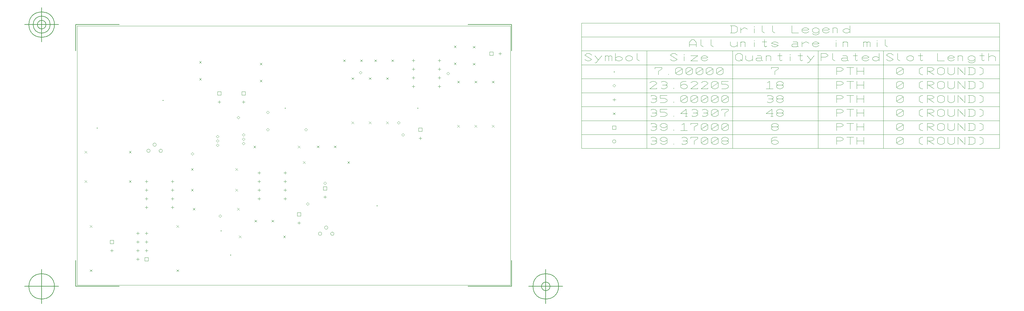
<source format=gbr>
G04 Generated by Ultiboard 12.0 *
%FSLAX25Y25*%
%MOIN*%

%ADD10C,0.00001*%
%ADD11C,0.00039*%
%ADD12C,0.00394*%
%ADD13C,0.00004*%
%ADD14C,0.00500*%


G04 ColorRGB 000000 for the following layer *
%LNDrill Symbols-Copper Top-Copper Bottom*%
%LPD*%
G54D10*
G54D11*
X110000Y118250D02*
X110000Y121750D01*
X108250Y120000D02*
X111750Y120000D01*
X110000Y88250D02*
X110000Y91750D01*
X108250Y90000D02*
X111750Y90000D01*
X110000Y108250D02*
X110000Y111750D01*
X108250Y110000D02*
X111750Y110000D01*
X110000Y98250D02*
X110000Y101750D01*
X108250Y100000D02*
X111750Y100000D01*
X80000Y108250D02*
X80000Y111750D01*
X78250Y110000D02*
X81750Y110000D01*
X80000Y88250D02*
X80000Y91750D01*
X78250Y90000D02*
X81750Y90000D01*
X80000Y98250D02*
X80000Y101750D01*
X78250Y100000D02*
X81750Y100000D01*
X80000Y118250D02*
X80000Y121750D01*
X78250Y120000D02*
X81750Y120000D01*
X59928Y121253D02*
X62434Y118747D01*
X59928Y118747D02*
X62434Y121253D01*
X8747Y121253D02*
X11253Y118747D01*
X8747Y118747D02*
X11253Y121253D01*
X131566Y135253D02*
X134072Y132747D01*
X131566Y132747D02*
X134072Y135253D01*
X182747Y135253D02*
X185253Y132747D01*
X182747Y132747D02*
X185253Y135253D01*
X59928Y155253D02*
X62434Y152747D01*
X59928Y152747D02*
X62434Y155253D01*
X8747Y155253D02*
X11253Y152747D01*
X8747Y152747D02*
X11253Y155253D01*
X131566Y111253D02*
X134072Y108747D01*
X131566Y108747D02*
X134072Y111253D01*
X182747Y111253D02*
X185253Y108747D01*
X182747Y108747D02*
X185253Y111253D01*
X133566Y89253D02*
X136072Y86747D01*
X133566Y86747D02*
X136072Y89253D01*
X184747Y89253D02*
X187253Y86747D01*
X184747Y86747D02*
X187253Y89253D01*
X114747Y18072D02*
X117253Y15566D01*
X114747Y15566D02*
X117253Y18072D01*
X114747Y69253D02*
X117253Y66747D01*
X114747Y66747D02*
X117253Y69253D01*
X14747Y18072D02*
X17253Y15566D01*
X14747Y15566D02*
X17253Y18072D01*
X14747Y69253D02*
X17253Y66747D01*
X14747Y66747D02*
X17253Y69253D01*
X38042Y48042D02*
X41959Y48042D01*
X41959Y51959D01*
X38042Y51959D01*
X38042Y48042D01*
X40000Y38250D02*
X40000Y41750D01*
X38250Y40000D02*
X41750Y40000D01*
X237928Y57253D02*
X240434Y54747D01*
X237928Y54747D02*
X240434Y57253D01*
X186747Y57253D02*
X189253Y54747D01*
X186747Y54747D02*
X189253Y57253D01*
X240000Y128250D02*
X240000Y131750D01*
X238250Y130000D02*
X241750Y130000D01*
X240000Y98250D02*
X240000Y101750D01*
X238250Y100000D02*
X241750Y100000D01*
X240000Y118250D02*
X240000Y121750D01*
X238250Y120000D02*
X241750Y120000D01*
X240000Y108250D02*
X240000Y111750D01*
X238250Y110000D02*
X241750Y110000D01*
X210000Y118250D02*
X210000Y121750D01*
X208250Y120000D02*
X211750Y120000D01*
X210000Y98250D02*
X210000Y101750D01*
X208250Y100000D02*
X211750Y100000D01*
X210000Y108250D02*
X210000Y111750D01*
X208250Y110000D02*
X211750Y110000D01*
X210000Y128250D02*
X210000Y131750D01*
X208250Y130000D02*
X211750Y130000D01*
X438747Y236434D02*
X441253Y233928D01*
X438747Y233928D02*
X441253Y236434D01*
X438747Y185253D02*
X441253Y182747D01*
X438747Y182747D02*
X441253Y185253D01*
X458747Y236434D02*
X461253Y233928D01*
X458747Y233928D02*
X461253Y236434D01*
X458747Y185253D02*
X461253Y182747D01*
X458747Y182747D02*
X461253Y185253D01*
X478747Y236434D02*
X481253Y233928D01*
X478747Y233928D02*
X481253Y236434D01*
X478747Y185253D02*
X481253Y182747D01*
X478747Y182747D02*
X481253Y185253D01*
X336747Y240434D02*
X339253Y237928D01*
X336747Y237928D02*
X339253Y240434D01*
X336747Y189253D02*
X339253Y186747D01*
X336747Y186747D02*
X339253Y189253D01*
X356747Y240434D02*
X359253Y237928D01*
X356747Y237928D02*
X359253Y240434D01*
X356747Y189253D02*
X359253Y186747D01*
X356747Y186747D02*
X359253Y189253D01*
X418000Y258250D02*
X418000Y261750D01*
X416250Y260000D02*
X419750Y260000D01*
X418000Y228250D02*
X418000Y231750D01*
X416250Y230000D02*
X419750Y230000D01*
X418000Y248250D02*
X418000Y251750D01*
X416250Y250000D02*
X419750Y250000D01*
X418000Y238250D02*
X418000Y241750D01*
X416250Y240000D02*
X419750Y240000D01*
X388000Y248250D02*
X388000Y251750D01*
X386250Y250000D02*
X389750Y250000D01*
X388000Y228250D02*
X388000Y231750D01*
X386250Y230000D02*
X389750Y230000D01*
X388000Y238250D02*
X388000Y241750D01*
X386250Y240000D02*
X389750Y240000D01*
X388000Y258250D02*
X388000Y261750D01*
X386250Y260000D02*
X389750Y260000D01*
X434944Y257568D02*
X437450Y255062D01*
X434944Y255062D02*
X437450Y257568D01*
X434944Y277253D02*
X437450Y274747D01*
X434944Y274747D02*
X437450Y277253D01*
X456788Y257024D02*
X459293Y254519D01*
X456788Y254519D02*
X459293Y257024D01*
X456788Y276709D02*
X459293Y274204D01*
X456788Y274204D02*
X459293Y276709D01*
X476041Y266042D02*
X479959Y266042D01*
X479959Y269959D01*
X476041Y269959D01*
X476041Y266042D01*
X488000Y266250D02*
X488000Y269750D01*
X486250Y268000D02*
X489750Y268000D01*
X284042Y110042D02*
X287959Y110042D01*
X287959Y113959D01*
X284042Y113959D01*
X284042Y110042D01*
X286000Y100250D02*
X286000Y103750D01*
X284250Y102000D02*
X287750Y102000D01*
X224432Y75450D02*
X226938Y72944D01*
X224432Y72944D02*
X226938Y75450D01*
X204747Y75450D02*
X207253Y72944D01*
X204747Y72944D02*
X207253Y75450D01*
X296432Y161450D02*
X298938Y158944D01*
X296432Y158944D02*
X298938Y161450D01*
X276747Y161450D02*
X279253Y158944D01*
X276747Y158944D02*
X279253Y161450D01*
X191960Y162380D02*
X193630Y164050D01*
X191960Y165720D01*
X190290Y164050D01*
X191960Y162380D01*
X191960Y172430D02*
X193630Y174100D01*
X191960Y175770D01*
X190290Y174100D01*
X191960Y172430D01*
X191960Y167420D02*
X193630Y169090D01*
X191960Y170760D01*
X190290Y169090D01*
X191960Y167420D01*
X311928Y140747D02*
X314434Y143253D01*
X311928Y143253D02*
X314434Y140747D01*
X260747Y140747D02*
X263253Y143253D01*
X260747Y143253D02*
X263253Y140747D01*
X254042Y80042D02*
X257958Y80042D01*
X257958Y83959D01*
X254042Y83959D01*
X254042Y80042D01*
X254250Y72000D02*
X257750Y72000D01*
X256000Y70250D02*
X256000Y73750D01*
X161960Y160380D02*
X163630Y162050D01*
X161960Y163720D01*
X160290Y162050D01*
X161960Y160380D01*
X161960Y170430D02*
X163630Y172100D01*
X161960Y173770D01*
X160290Y172100D01*
X161960Y170430D01*
X161960Y165420D02*
X163630Y167090D01*
X161960Y168760D01*
X160290Y167090D01*
X161960Y165420D01*
X203566Y158747D02*
X206072Y161253D01*
X203566Y161253D02*
X206072Y158747D01*
X254747Y158747D02*
X257253Y161253D01*
X254747Y161253D02*
X257253Y158747D01*
X78042Y28041D02*
X81959Y28041D01*
X81959Y31958D01*
X78042Y31958D01*
X78042Y28041D01*
X68250Y40000D02*
X71750Y40000D01*
X70000Y38250D02*
X70000Y41750D01*
X78250Y50000D02*
X81750Y50000D01*
X80000Y48250D02*
X80000Y51750D01*
X78250Y60000D02*
X81750Y60000D01*
X80000Y58250D02*
X80000Y61750D01*
X68250Y60000D02*
X71750Y60000D01*
X70000Y58250D02*
X70000Y61750D01*
X68250Y30000D02*
X71750Y30000D01*
X70000Y28250D02*
X70000Y31750D01*
X68250Y50000D02*
X71750Y50000D01*
X70000Y48250D02*
X70000Y51750D01*
X78250Y40000D02*
X81750Y40000D01*
X80000Y38250D02*
X80000Y41750D01*
X266000Y92330D02*
X267670Y94000D01*
X266000Y95670D01*
X264330Y94000D01*
X266000Y92330D01*
X162042Y220042D02*
X165959Y220042D01*
X165959Y223958D01*
X162042Y223958D01*
X162042Y220042D01*
X162250Y212000D02*
X165750Y212000D01*
X164000Y210250D02*
X164000Y213750D01*
X190042Y220042D02*
X193959Y220042D01*
X193959Y223958D01*
X190042Y223958D01*
X190042Y220042D01*
X190250Y212000D02*
X193750Y212000D01*
X192000Y210250D02*
X192000Y213750D01*
X316747Y237928D02*
X319253Y240434D01*
X316747Y240434D02*
X319253Y237928D01*
X316747Y186747D02*
X319253Y189253D01*
X316747Y189253D02*
X319253Y186747D01*
X307062Y258550D02*
X309568Y261056D01*
X307062Y261056D02*
X309568Y258550D01*
X326747Y258550D02*
X329253Y261056D01*
X326747Y261056D02*
X329253Y258550D01*
X343062Y258550D02*
X345568Y261056D01*
X343062Y261056D02*
X345568Y258550D01*
X362747Y258550D02*
X365253Y261056D01*
X362747Y261056D02*
X365253Y258550D01*
X140944Y237062D02*
X143450Y239568D01*
X140944Y239568D02*
X143450Y237062D01*
X140944Y256747D02*
X143450Y259253D01*
X140944Y259253D02*
X143450Y256747D01*
X210944Y235062D02*
X213450Y237568D01*
X210944Y237568D02*
X213450Y235062D01*
X210944Y254747D02*
X213450Y257253D01*
X210944Y257253D02*
X213450Y254747D01*
X394042Y178042D02*
X397959Y178042D01*
X397959Y181959D01*
X394042Y181959D01*
X394042Y178042D01*
X394250Y170000D02*
X397750Y170000D01*
X396000Y168250D02*
X396000Y171750D01*
X264000Y178330D02*
X265670Y180000D01*
X264000Y181670D01*
X262330Y180000D01*
X264000Y178330D01*
X286000Y116330D02*
X287670Y118000D01*
X286000Y119670D01*
X284330Y118000D01*
X286000Y116330D01*
X22650Y181650D02*
X23350Y181650D01*
X23000Y182247D01*
X22650Y181650D01*
X165650Y62650D02*
X166350Y62650D01*
X166000Y63247D01*
X165650Y62650D01*
X176650Y34650D02*
X177350Y34650D01*
X177000Y35247D01*
X176650Y34650D01*
X98650Y213650D02*
X99350Y213650D01*
X99000Y214247D01*
X98650Y213650D01*
X239650Y204650D02*
X240350Y204650D01*
X240000Y205247D01*
X239650Y204650D01*
X392650Y204650D02*
X393350Y204650D01*
X393000Y205247D01*
X392650Y204650D01*
X345650Y91650D02*
X346350Y91650D01*
X346000Y92247D01*
X345650Y91650D01*
X376000Y172330D02*
X377670Y174000D01*
X376000Y175670D01*
X374330Y174000D01*
X376000Y172330D01*
X371000Y186330D02*
X372670Y188000D01*
X371000Y189670D01*
X369330Y188000D01*
X371000Y186330D01*
X133000Y150330D02*
X134670Y152000D01*
X133000Y153670D01*
X131330Y152000D01*
X133000Y150330D01*
X220000Y178330D02*
X221670Y180000D01*
X220000Y181670D01*
X218330Y180000D01*
X220000Y178330D01*
X220000Y198330D02*
X221670Y200000D01*
X220000Y201670D01*
X218330Y200000D01*
X220000Y198330D01*
X186000Y192330D02*
X187670Y194000D01*
X186000Y195670D01*
X184330Y194000D01*
X186000Y192330D01*
X327000Y244330D02*
X328670Y246000D01*
X327000Y247670D01*
X325330Y246000D01*
X327000Y244330D01*
X428000Y243330D02*
X429670Y245000D01*
X428000Y246670D01*
X426330Y245000D01*
X428000Y243330D01*
X165000Y78330D02*
X166670Y80000D01*
X165000Y81670D01*
X163330Y80000D01*
X165000Y78330D01*
X617849Y180447D02*
X621766Y180447D01*
X621766Y184364D01*
X617849Y184364D01*
X617849Y180447D01*
X618554Y199800D02*
X621060Y197294D01*
X618554Y197294D02*
X621060Y199800D01*
X619807Y212939D02*
X619807Y216439D01*
X618057Y214689D02*
X621557Y214689D01*
X619807Y229160D02*
X621477Y230831D01*
X619807Y232501D01*
X618137Y230831D01*
X619807Y229160D01*
X619457Y246622D02*
X620157Y246622D01*
X619807Y247220D01*
X619457Y246622D01*
G54D12*
X87496Y162536D02*
G75*
D01*
G02X87496Y162536I1968J0*
G01*
X80425Y155464D02*
G75*
D01*
G02X80425Y155464I1968J0*
G01*
X94567Y155464D02*
G75*
D01*
G02X94567Y155464I1969J0*
G01*
X285496Y66536D02*
G75*
D01*
G02X285496Y66536I1968J0*
G01*
X278425Y59464D02*
G75*
D01*
G02X278425Y59464I1968J0*
G01*
X292567Y59464D02*
G75*
D01*
G02X292567Y59464I1969J0*
G01*
X582209Y158193D02*
X1064492Y158193D01*
X1064492Y303469D01*
X582209Y303469D01*
X582209Y158193D01*
X617839Y166264D02*
G75*
D01*
G02X617839Y166264I1968J0*
G01*
X657406Y271185D02*
X657406Y158193D01*
X662196Y170482D02*
X663508Y171326D01*
X666133Y171326D01*
X668757Y169638D01*
X668757Y167951D01*
X667445Y167107D01*
X668757Y166264D01*
X668757Y164576D01*
X666133Y162889D01*
X663508Y162889D01*
X662196Y163733D01*
X663508Y167107D02*
X667445Y167107D01*
X672694Y164576D02*
X675319Y162889D01*
X677944Y162889D01*
X680568Y164576D01*
X680568Y167951D01*
X680568Y169638D01*
X677944Y171326D01*
X675319Y171326D01*
X672694Y169638D01*
X672694Y167951D01*
X675319Y166264D01*
X677944Y166264D01*
X680568Y167951D01*
X688442Y162889D02*
X688442Y163733D01*
X697629Y170482D02*
X698941Y171326D01*
X701566Y171326D01*
X704190Y169638D01*
X704190Y167951D01*
X702878Y167107D01*
X704190Y166264D01*
X704190Y164576D01*
X701566Y162889D01*
X698941Y162889D01*
X697629Y163733D01*
X698941Y167107D02*
X702878Y167107D01*
X712064Y162889D02*
X712064Y167107D01*
X716001Y169638D01*
X716001Y171326D01*
X708127Y171326D01*
X708127Y169638D01*
X719938Y169638D02*
X722563Y171326D01*
X725188Y171326D01*
X727812Y169638D01*
X727812Y164576D01*
X725188Y162889D01*
X722563Y162889D01*
X719938Y164576D01*
X719938Y169638D01*
X727812Y169638D02*
X719938Y164576D01*
X731749Y169638D02*
X734374Y171326D01*
X736999Y171326D01*
X739623Y169638D01*
X739623Y164576D01*
X736999Y162889D01*
X734374Y162889D01*
X731749Y164576D01*
X731749Y169638D01*
X739623Y169638D02*
X731749Y164576D01*
X748810Y162889D02*
X746185Y162889D01*
X743560Y164576D01*
X743560Y166264D01*
X744873Y167107D01*
X743560Y167951D01*
X743560Y169638D01*
X746185Y171326D01*
X748810Y171326D01*
X751434Y169638D01*
X751434Y167951D01*
X750122Y167107D01*
X751434Y166264D01*
X751434Y164576D01*
X748810Y162889D01*
X744873Y167107D02*
X750122Y167107D01*
X756224Y271185D02*
X756224Y158193D01*
X807602Y171326D02*
X803665Y171326D01*
X801041Y169638D01*
X801041Y166264D01*
X801041Y164576D01*
X803665Y162889D01*
X806290Y162889D01*
X808915Y164576D01*
X808915Y166264D01*
X806290Y167951D01*
X803665Y167951D01*
X801041Y166264D01*
X855043Y271185D02*
X855043Y158193D01*
X876238Y162889D02*
X876238Y171326D01*
X881487Y171326D01*
X884112Y169638D01*
X884112Y168795D01*
X881487Y167107D01*
X876238Y167107D01*
X891986Y162889D02*
X891986Y171326D01*
X888049Y171326D02*
X895923Y171326D01*
X899860Y162889D02*
X899860Y171326D01*
X907734Y162889D02*
X907734Y171326D01*
X899860Y167107D02*
X907734Y167107D01*
X930240Y271185D02*
X930240Y158193D01*
X945529Y169638D02*
X948154Y171326D01*
X950778Y171326D01*
X953403Y169638D01*
X953403Y164576D01*
X950778Y162889D01*
X948154Y162889D01*
X945529Y164576D01*
X945529Y169638D01*
X953403Y169638D02*
X945529Y164576D01*
X975713Y162889D02*
X974400Y162889D01*
X971776Y164576D01*
X971776Y169638D01*
X974400Y171326D01*
X975713Y171326D01*
X980962Y162889D02*
X980962Y171326D01*
X986211Y171326D01*
X988836Y169638D01*
X988836Y168795D01*
X986211Y167107D01*
X980962Y167107D01*
X982274Y167107D02*
X988836Y162889D01*
X992773Y164576D02*
X995398Y162889D01*
X998022Y162889D01*
X1000647Y164576D01*
X1000647Y169638D01*
X998022Y171326D01*
X995398Y171326D01*
X992773Y169638D01*
X992773Y164576D01*
X1004584Y171326D02*
X1004584Y164576D01*
X1007209Y162889D01*
X1009833Y162889D01*
X1012458Y164576D01*
X1012458Y171326D01*
X1016395Y162889D02*
X1016395Y171326D01*
X1024269Y162889D01*
X1024269Y171326D01*
X1028206Y162889D02*
X1033455Y162889D01*
X1036080Y164576D01*
X1036080Y169638D01*
X1033455Y171326D01*
X1028206Y171326D01*
X1029518Y171326D02*
X1029518Y162889D01*
X1041329Y171326D02*
X1042642Y171326D01*
X1045266Y169638D01*
X1045266Y164576D01*
X1042642Y162889D01*
X1041329Y162889D01*
X1064492Y271185D02*
X1064492Y158193D01*
X582209Y174335D02*
X1064492Y174335D01*
X662196Y186624D02*
X663508Y187467D01*
X666133Y187467D01*
X668757Y185780D01*
X668757Y184093D01*
X667445Y183249D01*
X668757Y182406D01*
X668757Y180718D01*
X666133Y179031D01*
X663508Y179031D01*
X662196Y179875D01*
X663508Y183249D02*
X667445Y183249D01*
X672694Y180718D02*
X675319Y179031D01*
X677944Y179031D01*
X680568Y180718D01*
X680568Y184093D01*
X680568Y185780D01*
X677944Y187467D01*
X675319Y187467D01*
X672694Y185780D01*
X672694Y184093D01*
X675319Y182406D01*
X677944Y182406D01*
X680568Y184093D01*
X688442Y179031D02*
X688442Y179875D01*
X697629Y185780D02*
X700253Y187467D01*
X700253Y179031D01*
X696316Y179031D02*
X704190Y179031D01*
X712064Y179031D02*
X712064Y183249D01*
X716001Y185780D01*
X716001Y187467D01*
X708127Y187467D01*
X708127Y185780D01*
X719938Y185780D02*
X722563Y187467D01*
X725188Y187467D01*
X727812Y185780D01*
X727812Y180718D01*
X725188Y179031D01*
X722563Y179031D01*
X719938Y180718D01*
X719938Y185780D01*
X727812Y185780D02*
X719938Y180718D01*
X731749Y185780D02*
X734374Y187467D01*
X736999Y187467D01*
X739623Y185780D01*
X739623Y180718D01*
X736999Y179031D01*
X734374Y179031D01*
X731749Y180718D01*
X731749Y185780D01*
X739623Y185780D02*
X731749Y180718D01*
X743560Y185780D02*
X746185Y187467D01*
X748810Y187467D01*
X751434Y185780D01*
X751434Y180718D01*
X748810Y179031D01*
X746185Y179031D01*
X743560Y180718D01*
X743560Y185780D01*
X751434Y185780D02*
X743560Y180718D01*
X806290Y179031D02*
X803665Y179031D01*
X801041Y180718D01*
X801041Y182406D01*
X802353Y183249D01*
X801041Y184093D01*
X801041Y185780D01*
X803665Y187467D01*
X806290Y187467D01*
X808915Y185780D01*
X808915Y184093D01*
X807602Y183249D01*
X808915Y182406D01*
X808915Y180718D01*
X806290Y179031D01*
X802353Y183249D02*
X807602Y183249D01*
X876238Y179031D02*
X876238Y187467D01*
X881487Y187467D01*
X884112Y185780D01*
X884112Y184936D01*
X881487Y183249D01*
X876238Y183249D01*
X891986Y179031D02*
X891986Y187467D01*
X888049Y187467D02*
X895923Y187467D01*
X899860Y179031D02*
X899860Y187467D01*
X907734Y179031D02*
X907734Y187467D01*
X899860Y183249D02*
X907734Y183249D01*
X945529Y185780D02*
X948154Y187467D01*
X950778Y187467D01*
X953403Y185780D01*
X953403Y180718D01*
X950778Y179031D01*
X948154Y179031D01*
X945529Y180718D01*
X945529Y185780D01*
X953403Y185780D02*
X945529Y180718D01*
X975713Y179031D02*
X974400Y179031D01*
X971776Y180718D01*
X971776Y185780D01*
X974400Y187467D01*
X975713Y187467D01*
X980962Y179031D02*
X980962Y187467D01*
X986211Y187467D01*
X988836Y185780D01*
X988836Y184936D01*
X986211Y183249D01*
X980962Y183249D01*
X982274Y183249D02*
X988836Y179031D01*
X992773Y180718D02*
X995398Y179031D01*
X998022Y179031D01*
X1000647Y180718D01*
X1000647Y185780D01*
X998022Y187467D01*
X995398Y187467D01*
X992773Y185780D01*
X992773Y180718D01*
X1004584Y187467D02*
X1004584Y180718D01*
X1007209Y179031D01*
X1009833Y179031D01*
X1012458Y180718D01*
X1012458Y187467D01*
X1016395Y179031D02*
X1016395Y187467D01*
X1024269Y179031D01*
X1024269Y187467D01*
X1028206Y179031D02*
X1033455Y179031D01*
X1036080Y180718D01*
X1036080Y185780D01*
X1033455Y187467D01*
X1028206Y187467D01*
X1029518Y187467D02*
X1029518Y179031D01*
X1041329Y187467D02*
X1042642Y187467D01*
X1045266Y185780D01*
X1045266Y180718D01*
X1042642Y179031D01*
X1041329Y179031D01*
X582209Y190476D02*
X1064492Y190476D01*
X662196Y202765D02*
X663508Y203609D01*
X666133Y203609D01*
X668757Y201922D01*
X668757Y200235D01*
X667445Y199391D01*
X668757Y198547D01*
X668757Y196860D01*
X666133Y195173D01*
X663508Y195173D01*
X662196Y196016D01*
X663508Y199391D02*
X667445Y199391D01*
X680568Y203609D02*
X672694Y203609D01*
X672694Y200235D01*
X677944Y200235D01*
X680568Y198547D01*
X680568Y196860D01*
X677944Y195173D01*
X672694Y195173D01*
X688442Y195173D02*
X688442Y196016D01*
X704190Y198547D02*
X696316Y198547D01*
X702878Y203609D01*
X702878Y195173D01*
X701566Y195173D02*
X704190Y195173D01*
X709440Y202765D02*
X710752Y203609D01*
X713377Y203609D01*
X716001Y201922D01*
X716001Y200235D01*
X714689Y199391D01*
X716001Y198547D01*
X716001Y196860D01*
X713377Y195173D01*
X710752Y195173D01*
X709440Y196016D01*
X710752Y199391D02*
X714689Y199391D01*
X721251Y202765D02*
X722563Y203609D01*
X725188Y203609D01*
X727812Y201922D01*
X727812Y200235D01*
X726500Y199391D01*
X727812Y198547D01*
X727812Y196860D01*
X725188Y195173D01*
X722563Y195173D01*
X721251Y196016D01*
X722563Y199391D02*
X726500Y199391D01*
X731749Y201922D02*
X734374Y203609D01*
X736999Y203609D01*
X739623Y201922D01*
X739623Y196860D01*
X736999Y195173D01*
X734374Y195173D01*
X731749Y196860D01*
X731749Y201922D01*
X739623Y201922D02*
X731749Y196860D01*
X747497Y195173D02*
X747497Y199391D01*
X751434Y201922D01*
X751434Y203609D01*
X743560Y203609D01*
X743560Y201922D01*
X803009Y198547D02*
X795135Y198547D01*
X801697Y203609D01*
X801697Y195173D01*
X800385Y195173D02*
X803009Y195173D01*
X812196Y195173D02*
X809571Y195173D01*
X806946Y196860D01*
X806946Y198547D01*
X808259Y199391D01*
X806946Y200235D01*
X806946Y201922D01*
X809571Y203609D01*
X812196Y203609D01*
X814820Y201922D01*
X814820Y200235D01*
X813508Y199391D01*
X814820Y198547D01*
X814820Y196860D01*
X812196Y195173D01*
X808259Y199391D02*
X813508Y199391D01*
X876238Y195173D02*
X876238Y203609D01*
X881487Y203609D01*
X884112Y201922D01*
X884112Y201078D01*
X881487Y199391D01*
X876238Y199391D01*
X891986Y195173D02*
X891986Y203609D01*
X888049Y203609D02*
X895923Y203609D01*
X899860Y195173D02*
X899860Y203609D01*
X907734Y195173D02*
X907734Y203609D01*
X899860Y199391D02*
X907734Y199391D01*
X945529Y201922D02*
X948154Y203609D01*
X950778Y203609D01*
X953403Y201922D01*
X953403Y196860D01*
X950778Y195173D01*
X948154Y195173D01*
X945529Y196860D01*
X945529Y201922D01*
X953403Y201922D02*
X945529Y196860D01*
X975713Y195173D02*
X974400Y195173D01*
X971776Y196860D01*
X971776Y201922D01*
X974400Y203609D01*
X975713Y203609D01*
X980962Y195173D02*
X980962Y203609D01*
X986211Y203609D01*
X988836Y201922D01*
X988836Y201078D01*
X986211Y199391D01*
X980962Y199391D01*
X982274Y199391D02*
X988836Y195173D01*
X992773Y196860D02*
X995398Y195173D01*
X998022Y195173D01*
X1000647Y196860D01*
X1000647Y201922D01*
X998022Y203609D01*
X995398Y203609D01*
X992773Y201922D01*
X992773Y196860D01*
X1004584Y203609D02*
X1004584Y196860D01*
X1007209Y195173D01*
X1009833Y195173D01*
X1012458Y196860D01*
X1012458Y203609D01*
X1016395Y195173D02*
X1016395Y203609D01*
X1024269Y195173D01*
X1024269Y203609D01*
X1028206Y195173D02*
X1033455Y195173D01*
X1036080Y196860D01*
X1036080Y201922D01*
X1033455Y203609D01*
X1028206Y203609D01*
X1029518Y203609D02*
X1029518Y195173D01*
X1041329Y203609D02*
X1042642Y203609D01*
X1045266Y201922D01*
X1045266Y196860D01*
X1042642Y195173D01*
X1041329Y195173D01*
X582209Y206618D02*
X1064492Y206618D01*
X662196Y218907D02*
X663508Y219751D01*
X666133Y219751D01*
X668757Y218064D01*
X668757Y216376D01*
X667445Y215533D01*
X668757Y214689D01*
X668757Y213002D01*
X666133Y211314D01*
X663508Y211314D01*
X662196Y212158D01*
X663508Y215533D02*
X667445Y215533D01*
X680568Y219751D02*
X672694Y219751D01*
X672694Y216376D01*
X677944Y216376D01*
X680568Y214689D01*
X680568Y213002D01*
X677944Y211314D01*
X672694Y211314D01*
X688442Y211314D02*
X688442Y212158D01*
X696316Y218064D02*
X698941Y219751D01*
X701566Y219751D01*
X704190Y218064D01*
X704190Y213002D01*
X701566Y211314D01*
X698941Y211314D01*
X696316Y213002D01*
X696316Y218064D01*
X704190Y218064D02*
X696316Y213002D01*
X708127Y218064D02*
X710752Y219751D01*
X713377Y219751D01*
X716001Y218064D01*
X716001Y213002D01*
X713377Y211314D01*
X710752Y211314D01*
X708127Y213002D01*
X708127Y218064D01*
X716001Y218064D02*
X708127Y213002D01*
X719938Y218064D02*
X722563Y219751D01*
X725188Y219751D01*
X727812Y218064D01*
X727812Y213002D01*
X725188Y211314D01*
X722563Y211314D01*
X719938Y213002D01*
X719938Y218064D01*
X727812Y218064D02*
X719938Y213002D01*
X731749Y218064D02*
X734374Y219751D01*
X736999Y219751D01*
X739623Y218064D01*
X739623Y213002D01*
X736999Y211314D01*
X734374Y211314D01*
X731749Y213002D01*
X731749Y218064D01*
X739623Y218064D02*
X731749Y213002D01*
X743560Y218064D02*
X746185Y219751D01*
X748810Y219751D01*
X751434Y218064D01*
X751434Y213002D01*
X748810Y211314D01*
X746185Y211314D01*
X743560Y213002D01*
X743560Y218064D01*
X751434Y218064D02*
X743560Y213002D01*
X796448Y218907D02*
X797760Y219751D01*
X800385Y219751D01*
X803009Y218064D01*
X803009Y216376D01*
X801697Y215533D01*
X803009Y214689D01*
X803009Y213002D01*
X800385Y211314D01*
X797760Y211314D01*
X796448Y212158D01*
X797760Y215533D02*
X801697Y215533D01*
X812196Y211314D02*
X809571Y211314D01*
X806946Y213002D01*
X806946Y214689D01*
X808259Y215533D01*
X806946Y216376D01*
X806946Y218064D01*
X809571Y219751D01*
X812196Y219751D01*
X814820Y218064D01*
X814820Y216376D01*
X813508Y215533D01*
X814820Y214689D01*
X814820Y213002D01*
X812196Y211314D01*
X808259Y215533D02*
X813508Y215533D01*
X876238Y211314D02*
X876238Y219751D01*
X881487Y219751D01*
X884112Y218064D01*
X884112Y217220D01*
X881487Y215533D01*
X876238Y215533D01*
X891986Y211314D02*
X891986Y219751D01*
X888049Y219751D02*
X895923Y219751D01*
X899860Y211314D02*
X899860Y219751D01*
X907734Y211314D02*
X907734Y219751D01*
X899860Y215533D02*
X907734Y215533D01*
X945529Y218064D02*
X948154Y219751D01*
X950778Y219751D01*
X953403Y218064D01*
X953403Y213002D01*
X950778Y211314D01*
X948154Y211314D01*
X945529Y213002D01*
X945529Y218064D01*
X953403Y218064D02*
X945529Y213002D01*
X975713Y211314D02*
X974400Y211314D01*
X971776Y213002D01*
X971776Y218064D01*
X974400Y219751D01*
X975713Y219751D01*
X980962Y211314D02*
X980962Y219751D01*
X986211Y219751D01*
X988836Y218064D01*
X988836Y217220D01*
X986211Y215533D01*
X980962Y215533D01*
X982274Y215533D02*
X988836Y211314D01*
X992773Y213002D02*
X995398Y211314D01*
X998022Y211314D01*
X1000647Y213002D01*
X1000647Y218064D01*
X998022Y219751D01*
X995398Y219751D01*
X992773Y218064D01*
X992773Y213002D01*
X1004584Y219751D02*
X1004584Y213002D01*
X1007209Y211314D01*
X1009833Y211314D01*
X1012458Y213002D01*
X1012458Y219751D01*
X1016395Y211314D02*
X1016395Y219751D01*
X1024269Y211314D01*
X1024269Y219751D01*
X1028206Y211314D02*
X1033455Y211314D01*
X1036080Y213002D01*
X1036080Y218064D01*
X1033455Y219751D01*
X1028206Y219751D01*
X1029518Y219751D02*
X1029518Y211314D01*
X1041329Y219751D02*
X1042642Y219751D01*
X1045266Y218064D01*
X1045266Y213002D01*
X1042642Y211314D01*
X1041329Y211314D01*
X582209Y222760D02*
X1064492Y222760D01*
X660883Y234205D02*
X663508Y235893D01*
X666133Y235893D01*
X668757Y234205D01*
X668757Y233362D01*
X660883Y227456D01*
X668757Y227456D01*
X668757Y228300D01*
X674007Y235049D02*
X675319Y235893D01*
X677944Y235893D01*
X680568Y234205D01*
X680568Y232518D01*
X679256Y231674D01*
X680568Y230831D01*
X680568Y229143D01*
X677944Y227456D01*
X675319Y227456D01*
X674007Y228300D01*
X675319Y231674D02*
X679256Y231674D01*
X688442Y227456D02*
X688442Y228300D01*
X702878Y235893D02*
X698941Y235893D01*
X696316Y234205D01*
X696316Y230831D01*
X696316Y229143D01*
X698941Y227456D01*
X701566Y227456D01*
X704190Y229143D01*
X704190Y230831D01*
X701566Y232518D01*
X698941Y232518D01*
X696316Y230831D01*
X708127Y234205D02*
X710752Y235893D01*
X713377Y235893D01*
X716001Y234205D01*
X716001Y233362D01*
X708127Y227456D01*
X716001Y227456D01*
X716001Y228300D01*
X719938Y234205D02*
X722563Y235893D01*
X725188Y235893D01*
X727812Y234205D01*
X727812Y233362D01*
X719938Y227456D01*
X727812Y227456D01*
X727812Y228300D01*
X731749Y234205D02*
X734374Y235893D01*
X736999Y235893D01*
X739623Y234205D01*
X739623Y229143D01*
X736999Y227456D01*
X734374Y227456D01*
X731749Y229143D01*
X731749Y234205D01*
X739623Y234205D02*
X731749Y229143D01*
X751434Y235893D02*
X743560Y235893D01*
X743560Y232518D01*
X748810Y232518D01*
X751434Y230831D01*
X751434Y229143D01*
X748810Y227456D01*
X743560Y227456D01*
X796448Y234205D02*
X799072Y235893D01*
X799072Y227456D01*
X795135Y227456D02*
X803009Y227456D01*
X812196Y227456D02*
X809571Y227456D01*
X806946Y229143D01*
X806946Y230831D01*
X808259Y231674D01*
X806946Y232518D01*
X806946Y234205D01*
X809571Y235893D01*
X812196Y235893D01*
X814820Y234205D01*
X814820Y232518D01*
X813508Y231674D01*
X814820Y230831D01*
X814820Y229143D01*
X812196Y227456D01*
X808259Y231674D02*
X813508Y231674D01*
X876238Y227456D02*
X876238Y235893D01*
X881487Y235893D01*
X884112Y234205D01*
X884112Y233362D01*
X881487Y231674D01*
X876238Y231674D01*
X891986Y227456D02*
X891986Y235893D01*
X888049Y235893D02*
X895923Y235893D01*
X899860Y227456D02*
X899860Y235893D01*
X907734Y227456D02*
X907734Y235893D01*
X899860Y231674D02*
X907734Y231674D01*
X945529Y234205D02*
X948154Y235893D01*
X950778Y235893D01*
X953403Y234205D01*
X953403Y229143D01*
X950778Y227456D01*
X948154Y227456D01*
X945529Y229143D01*
X945529Y234205D01*
X953403Y234205D02*
X945529Y229143D01*
X975713Y227456D02*
X974400Y227456D01*
X971776Y229143D01*
X971776Y234205D01*
X974400Y235893D01*
X975713Y235893D01*
X980962Y227456D02*
X980962Y235893D01*
X986211Y235893D01*
X988836Y234205D01*
X988836Y233362D01*
X986211Y231674D01*
X980962Y231674D01*
X982274Y231674D02*
X988836Y227456D01*
X992773Y229143D02*
X995398Y227456D01*
X998022Y227456D01*
X1000647Y229143D01*
X1000647Y234205D01*
X998022Y235893D01*
X995398Y235893D01*
X992773Y234205D01*
X992773Y229143D01*
X1004584Y235893D02*
X1004584Y229143D01*
X1007209Y227456D01*
X1009833Y227456D01*
X1012458Y229143D01*
X1012458Y235893D01*
X1016395Y227456D02*
X1016395Y235893D01*
X1024269Y227456D01*
X1024269Y235893D01*
X1028206Y227456D02*
X1033455Y227456D01*
X1036080Y229143D01*
X1036080Y234205D01*
X1033455Y235893D01*
X1028206Y235893D01*
X1029518Y235893D02*
X1029518Y227456D01*
X1041329Y235893D02*
X1042642Y235893D01*
X1045266Y234205D01*
X1045266Y229143D01*
X1042642Y227456D01*
X1041329Y227456D01*
X582209Y238902D02*
X1064492Y238902D01*
X670726Y243598D02*
X670726Y247816D01*
X674663Y250347D01*
X674663Y252034D01*
X666789Y252034D01*
X666789Y250347D01*
X682537Y243598D02*
X682537Y244442D01*
X690411Y250347D02*
X693035Y252034D01*
X695660Y252034D01*
X698285Y250347D01*
X698285Y245285D01*
X695660Y243598D01*
X693035Y243598D01*
X690411Y245285D01*
X690411Y250347D01*
X698285Y250347D02*
X690411Y245285D01*
X702222Y250347D02*
X704846Y252034D01*
X707471Y252034D01*
X710096Y250347D01*
X710096Y245285D01*
X707471Y243598D01*
X704846Y243598D01*
X702222Y245285D01*
X702222Y250347D01*
X710096Y250347D02*
X702222Y245285D01*
X714033Y250347D02*
X716657Y252034D01*
X719282Y252034D01*
X721907Y250347D01*
X721907Y245285D01*
X719282Y243598D01*
X716657Y243598D01*
X714033Y245285D01*
X714033Y250347D01*
X721907Y250347D02*
X714033Y245285D01*
X725844Y250347D02*
X728469Y252034D01*
X731093Y252034D01*
X733718Y250347D01*
X733718Y245285D01*
X731093Y243598D01*
X728469Y243598D01*
X725844Y245285D01*
X725844Y250347D01*
X733718Y250347D02*
X725844Y245285D01*
X737655Y250347D02*
X740280Y252034D01*
X742904Y252034D01*
X745529Y250347D01*
X745529Y245285D01*
X742904Y243598D01*
X740280Y243598D01*
X737655Y245285D01*
X737655Y250347D01*
X745529Y250347D02*
X737655Y245285D01*
X804978Y243598D02*
X804978Y247816D01*
X808915Y250347D01*
X808915Y252034D01*
X801041Y252034D01*
X801041Y250347D01*
X876238Y243598D02*
X876238Y252034D01*
X881487Y252034D01*
X884112Y250347D01*
X884112Y249503D01*
X881487Y247816D01*
X876238Y247816D01*
X891986Y243598D02*
X891986Y252034D01*
X888049Y252034D02*
X895923Y252034D01*
X899860Y243598D02*
X899860Y252034D01*
X907734Y243598D02*
X907734Y252034D01*
X899860Y247816D02*
X907734Y247816D01*
X945529Y250347D02*
X948154Y252034D01*
X950778Y252034D01*
X953403Y250347D01*
X953403Y245285D01*
X950778Y243598D01*
X948154Y243598D01*
X945529Y245285D01*
X945529Y250347D01*
X953403Y250347D02*
X945529Y245285D01*
X975713Y243598D02*
X974400Y243598D01*
X971776Y245285D01*
X971776Y250347D01*
X974400Y252034D01*
X975713Y252034D01*
X980962Y243598D02*
X980962Y252034D01*
X986211Y252034D01*
X988836Y250347D01*
X988836Y249503D01*
X986211Y247816D01*
X980962Y247816D01*
X982274Y247816D02*
X988836Y243598D01*
X992773Y245285D02*
X995398Y243598D01*
X998022Y243598D01*
X1000647Y245285D01*
X1000647Y250347D01*
X998022Y252034D01*
X995398Y252034D01*
X992773Y250347D01*
X992773Y245285D01*
X1004584Y252034D02*
X1004584Y245285D01*
X1007209Y243598D01*
X1009833Y243598D01*
X1012458Y245285D01*
X1012458Y252034D01*
X1016395Y243598D02*
X1016395Y252034D01*
X1024269Y243598D01*
X1024269Y252034D01*
X1028206Y243598D02*
X1033455Y243598D01*
X1036080Y245285D01*
X1036080Y250347D01*
X1033455Y252034D01*
X1028206Y252034D01*
X1029518Y252034D02*
X1029518Y243598D01*
X1041329Y252034D02*
X1042642Y252034D01*
X1045266Y250347D01*
X1045266Y245285D01*
X1042642Y243598D01*
X1041329Y243598D01*
X582209Y255043D02*
X1064492Y255043D01*
X585686Y261427D02*
X588311Y259740D01*
X590936Y259740D01*
X593560Y261427D01*
X585686Y266489D01*
X588311Y268176D01*
X590936Y268176D01*
X593560Y266489D01*
X597497Y257209D02*
X598810Y257209D01*
X605371Y265645D01*
X597497Y265645D02*
X601434Y260583D01*
X609308Y259740D02*
X609308Y264801D01*
X609308Y265645D01*
X609308Y264801D02*
X610621Y265645D01*
X611933Y265645D01*
X613245Y264801D01*
X614558Y265645D01*
X615870Y265645D01*
X617182Y264801D01*
X617182Y259740D01*
X613245Y264801D02*
X613245Y259740D01*
X621119Y261427D02*
X623744Y259740D01*
X626369Y259740D01*
X628993Y261427D01*
X628993Y263114D01*
X626369Y264801D01*
X623744Y264801D01*
X621119Y263114D01*
X621119Y268176D02*
X621119Y259740D01*
X632930Y261427D02*
X635555Y259740D01*
X638180Y259740D01*
X640804Y261427D01*
X640804Y263958D01*
X638180Y265645D01*
X635555Y265645D01*
X632930Y263958D01*
X632930Y261427D01*
X646054Y268176D02*
X646054Y261427D01*
X648678Y259740D01*
X684505Y261427D02*
X687130Y259740D01*
X689755Y259740D01*
X692379Y261427D01*
X684505Y266489D01*
X687130Y268176D01*
X689755Y268176D01*
X692379Y266489D01*
X700253Y259740D02*
X700253Y264801D01*
X700253Y266489D02*
X700253Y267332D01*
X708127Y265645D02*
X716001Y265645D01*
X708127Y259740D01*
X716001Y259740D01*
X727812Y261427D02*
X725188Y259740D01*
X722563Y259740D01*
X719938Y261427D01*
X719938Y263958D01*
X722563Y265645D01*
X725188Y265645D01*
X727812Y263958D01*
X726500Y263114D01*
X719938Y263114D01*
X759702Y261427D02*
X762327Y259740D01*
X764951Y259740D01*
X767576Y261427D01*
X767576Y266489D01*
X764951Y268176D01*
X762327Y268176D01*
X759702Y266489D01*
X759702Y261427D01*
X764951Y261427D02*
X767576Y259740D01*
X771513Y265645D02*
X771513Y261427D01*
X774138Y259740D01*
X776762Y259740D01*
X779387Y261427D01*
X779387Y265645D01*
X779387Y261427D02*
X779387Y259740D01*
X784636Y265645D02*
X788573Y265645D01*
X789886Y264801D01*
X789886Y260583D01*
X788573Y259740D01*
X784636Y259740D01*
X783324Y260583D01*
X783324Y262271D01*
X784636Y263114D01*
X789886Y263114D01*
X789886Y260583D02*
X791198Y259740D01*
X795135Y259740D02*
X795135Y264801D01*
X795135Y265645D01*
X795135Y264801D02*
X796448Y265645D01*
X799072Y265645D01*
X800385Y264801D01*
X800385Y259740D01*
X813508Y260583D02*
X812196Y259740D01*
X810883Y260583D01*
X810883Y268176D01*
X808259Y265645D02*
X813508Y265645D01*
X822694Y259740D02*
X822694Y264801D01*
X822694Y266489D02*
X822694Y267332D01*
X837130Y260583D02*
X835818Y259740D01*
X834505Y260583D01*
X834505Y268176D01*
X831881Y265645D02*
X837130Y265645D01*
X842379Y257209D02*
X843692Y257209D01*
X850253Y265645D01*
X842379Y265645D02*
X846316Y260583D01*
X858521Y259740D02*
X858521Y268176D01*
X863770Y268176D01*
X866395Y266489D01*
X866395Y265645D01*
X863770Y263958D01*
X858521Y263958D01*
X871644Y268176D02*
X871644Y261427D01*
X874269Y259740D01*
X883455Y265645D02*
X887392Y265645D01*
X888705Y264801D01*
X888705Y260583D01*
X887392Y259740D01*
X883455Y259740D01*
X882143Y260583D01*
X882143Y262271D01*
X883455Y263114D01*
X888705Y263114D01*
X888705Y260583D02*
X890017Y259740D01*
X900516Y260583D02*
X899203Y259740D01*
X897891Y260583D01*
X897891Y268176D01*
X895266Y265645D02*
X900516Y265645D01*
X913639Y261427D02*
X911014Y259740D01*
X908390Y259740D01*
X905765Y261427D01*
X905765Y263958D01*
X908390Y265645D01*
X911014Y265645D01*
X913639Y263958D01*
X912327Y263114D01*
X905765Y263114D01*
X925450Y261427D02*
X922825Y259740D01*
X920201Y259740D01*
X917576Y261427D01*
X917576Y263114D01*
X920201Y264801D01*
X922825Y264801D01*
X925450Y263114D01*
X925450Y268176D02*
X925450Y259740D01*
X933718Y261427D02*
X936343Y259740D01*
X938967Y259740D01*
X941592Y261427D01*
X933718Y266489D01*
X936343Y268176D01*
X938967Y268176D01*
X941592Y266489D01*
X946841Y268176D02*
X946841Y261427D01*
X949466Y259740D01*
X957340Y261427D02*
X959965Y259740D01*
X962589Y259740D01*
X965214Y261427D01*
X965214Y263958D01*
X962589Y265645D01*
X959965Y265645D01*
X957340Y263958D01*
X957340Y261427D01*
X975713Y260583D02*
X974400Y259740D01*
X973088Y260583D01*
X973088Y268176D01*
X970463Y265645D02*
X975713Y265645D01*
X992773Y268176D02*
X992773Y259740D01*
X1000647Y259740D01*
X1012458Y261427D02*
X1009833Y259740D01*
X1007209Y259740D01*
X1004584Y261427D01*
X1004584Y263958D01*
X1007209Y265645D01*
X1009833Y265645D01*
X1012458Y263958D01*
X1011146Y263114D01*
X1004584Y263114D01*
X1016395Y259740D02*
X1016395Y264801D01*
X1016395Y265645D01*
X1016395Y264801D02*
X1017707Y265645D01*
X1020332Y265645D01*
X1021644Y264801D01*
X1021644Y259740D01*
X1028206Y258896D02*
X1030831Y257209D01*
X1033455Y257209D01*
X1036080Y258896D01*
X1036080Y261427D01*
X1036080Y263958D01*
X1033455Y265645D01*
X1030831Y265645D01*
X1028206Y263958D01*
X1028206Y261427D01*
X1030831Y259740D01*
X1033455Y259740D01*
X1036080Y261427D01*
X1046579Y260583D02*
X1045266Y259740D01*
X1043954Y260583D01*
X1043954Y268176D01*
X1041329Y265645D02*
X1046579Y265645D01*
X1051828Y263958D02*
X1054453Y265645D01*
X1057077Y265645D01*
X1059702Y263958D01*
X1059702Y259740D01*
X1051828Y268176D02*
X1051828Y259740D01*
X582209Y271185D02*
X1064492Y271185D01*
X706552Y275881D02*
X706552Y280943D01*
X709177Y284318D01*
X711802Y284318D01*
X714427Y280943D01*
X714427Y275881D01*
X706552Y278412D02*
X714427Y278412D01*
X719676Y284318D02*
X719676Y277569D01*
X722301Y275881D01*
X731487Y284318D02*
X731487Y277569D01*
X734112Y275881D01*
X753797Y281787D02*
X753797Y277569D01*
X756421Y275881D01*
X759046Y275881D01*
X761671Y277569D01*
X761671Y281787D01*
X761671Y277569D02*
X761671Y275881D01*
X765608Y275881D02*
X765608Y280943D01*
X765608Y281787D01*
X765608Y280943D02*
X766920Y281787D01*
X769545Y281787D01*
X770857Y280943D01*
X770857Y275881D01*
X781356Y275881D02*
X781356Y280943D01*
X781356Y282630D02*
X781356Y283474D01*
X795791Y276725D02*
X794479Y275881D01*
X793167Y276725D01*
X793167Y284318D01*
X790542Y281787D02*
X795791Y281787D01*
X801041Y277569D02*
X803665Y275881D01*
X806290Y275881D01*
X808915Y277569D01*
X801041Y280100D01*
X803665Y281787D01*
X806290Y281787D01*
X808915Y280100D01*
X825975Y281787D02*
X829912Y281787D01*
X831224Y280943D01*
X831224Y276725D01*
X829912Y275881D01*
X825975Y275881D01*
X824663Y276725D01*
X824663Y278412D01*
X825975Y279256D01*
X831224Y279256D01*
X831224Y276725D02*
X832537Y275881D01*
X836474Y279256D02*
X840411Y281787D01*
X841723Y281787D01*
X844348Y280100D01*
X836474Y275881D02*
X836474Y281787D01*
X856159Y277569D02*
X853534Y275881D01*
X850909Y275881D01*
X848285Y277569D01*
X848285Y280100D01*
X850909Y281787D01*
X853534Y281787D01*
X856159Y280100D01*
X854846Y279256D01*
X848285Y279256D01*
X875844Y275881D02*
X875844Y280943D01*
X875844Y282630D02*
X875844Y283474D01*
X883718Y275881D02*
X883718Y280943D01*
X883718Y281787D01*
X883718Y280943D02*
X885030Y281787D01*
X887655Y281787D01*
X888967Y280943D01*
X888967Y275881D01*
X907340Y275881D02*
X907340Y280943D01*
X907340Y281787D01*
X907340Y280943D02*
X908652Y281787D01*
X909965Y281787D01*
X911277Y280943D01*
X912589Y281787D01*
X913902Y281787D01*
X915214Y280943D01*
X915214Y275881D01*
X911277Y280943D02*
X911277Y275881D01*
X923088Y275881D02*
X923088Y280943D01*
X923088Y282630D02*
X923088Y283474D01*
X932274Y284318D02*
X932274Y277569D01*
X934899Y275881D01*
X582209Y287327D02*
X1064492Y287327D01*
X753797Y292023D02*
X759046Y292023D01*
X761671Y293710D01*
X761671Y298772D01*
X759046Y300460D01*
X753797Y300460D01*
X755109Y300460D02*
X755109Y292023D01*
X765608Y295398D02*
X769545Y297929D01*
X770857Y297929D01*
X773482Y296241D01*
X765608Y292023D02*
X765608Y297929D01*
X781356Y292023D02*
X781356Y297085D01*
X781356Y298772D02*
X781356Y299616D01*
X790542Y300460D02*
X790542Y293710D01*
X793167Y292023D01*
X802353Y300460D02*
X802353Y293710D01*
X804978Y292023D01*
X824663Y300460D02*
X824663Y292023D01*
X832537Y292023D01*
X844348Y293710D02*
X841723Y292023D01*
X839098Y292023D01*
X836474Y293710D01*
X836474Y296241D01*
X839098Y297929D01*
X841723Y297929D01*
X844348Y296241D01*
X843035Y295398D01*
X836474Y295398D01*
X848285Y291179D02*
X850909Y289492D01*
X853534Y289492D01*
X856159Y291179D01*
X856159Y293710D01*
X856159Y296241D01*
X853534Y297929D01*
X850909Y297929D01*
X848285Y296241D01*
X848285Y293710D01*
X850909Y292023D01*
X853534Y292023D01*
X856159Y293710D01*
X867970Y293710D02*
X865345Y292023D01*
X862720Y292023D01*
X860096Y293710D01*
X860096Y296241D01*
X862720Y297929D01*
X865345Y297929D01*
X867970Y296241D01*
X866657Y295398D01*
X860096Y295398D01*
X871907Y292023D02*
X871907Y297085D01*
X871907Y297929D01*
X871907Y297085D02*
X873219Y297929D01*
X875844Y297929D01*
X877156Y297085D01*
X877156Y292023D01*
X891592Y293710D02*
X888967Y292023D01*
X886343Y292023D01*
X883718Y293710D01*
X883718Y295398D01*
X886343Y297085D01*
X888967Y297085D01*
X891592Y295398D01*
X891592Y300460D02*
X891592Y292023D01*
G54D13*
X0Y0D02*
X500000Y0D01*
X500000Y300000D01*
X0Y300000D01*
X0Y0D01*
G54D14*
X-1500Y-1500D02*
X-1500Y28800D01*
X-1500Y-1500D02*
X48800Y-1500D01*
X501500Y-1500D02*
X451200Y-1500D01*
X501500Y-1500D02*
X501500Y28800D01*
X501500Y301500D02*
X501500Y271200D01*
X501500Y301500D02*
X451200Y301500D01*
X-1500Y301500D02*
X48800Y301500D01*
X-1500Y301500D02*
X-1500Y271200D01*
X-21185Y-1500D02*
X-60555Y-1500D01*
X-40870Y-21185D02*
X-40870Y18185D01*
X-55634Y-1500D02*
G75*
D01*
G02X-55634Y-1500I14764J0*
G01*
X521185Y-1500D02*
X560555Y-1500D01*
X540870Y-21185D02*
X540870Y18185D01*
X526106Y-1500D02*
G75*
D01*
G02X526106Y-1500I14764J0*
G01*
X535949Y-1500D02*
G75*
D01*
G02X535949Y-1500I4921J0*
G01*
X-21185Y301500D02*
X-60555Y301500D01*
X-40870Y281815D02*
X-40870Y321185D01*
X-55634Y301500D02*
G75*
D01*
G02X-55634Y301500I14764J0*
G01*
X-50713Y301500D02*
G75*
D01*
G02X-50713Y301500I9843J0*
G01*
X-45791Y301500D02*
G75*
D01*
G02X-45791Y301500I4921J0*
G01*

M00*

</source>
